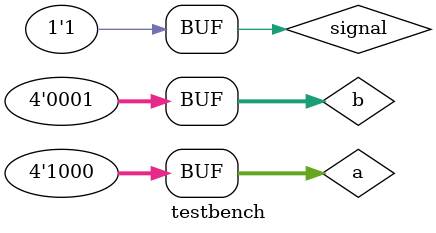
<source format=v>
module testbench;
	
	reg [3:0] a,b;
	reg signal;
	wire [3:0] sum;
	wire cout;
	wire overflow;
	fulladder myadder(a,b,sum,cout,overflow,signal);
	
	initial
	begin
	$monitor($time, "a = %b | b = %b | sum = %b | carry = %b | overflow=%b | signal = %b",a,b,sum,cout,overflow, signal);
	
	#0 a = 4'd5; b = 4'd15; signal = 1'b0;
	#4 a = 4'd6; b = 4'd10; signal = 1'b0;
	#4 a = 4'd8; b = 4'd8; signal = 1'b1;
	#4 a = 4'd8; b = 4'd1; signal = 1'b1;
	end
endmodule
</source>
